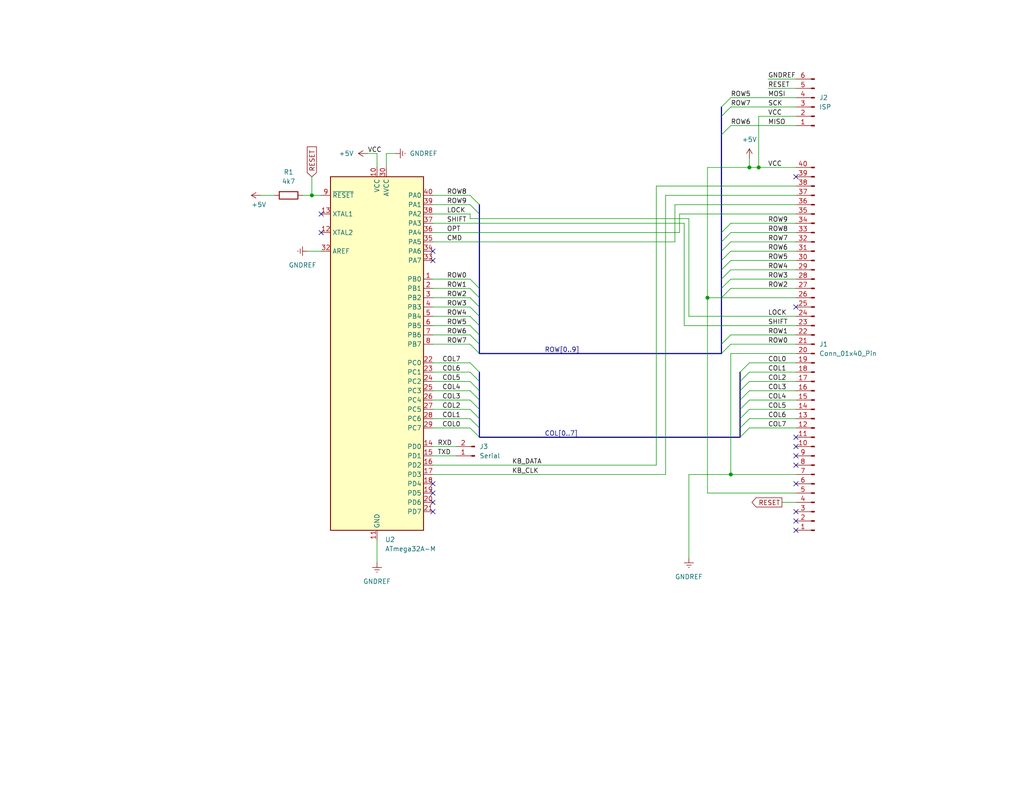
<source format=kicad_sch>
(kicad_sch (version 20230121) (generator eeschema)
  (paper "A")
  (lib_symbols
    (symbol "Connector:Conn_01x02_Pin" (pin_names (offset 1.016) hide)
      (property "Reference" "J" (at 0 2.54 0))
      (property "Value" "Conn_01x02_Pin" (at 0 -5.08 0))
      (symbol "Conn_01x02_Pin_1_1"
        (polyline (pts (xy 1.27 -2.54) (xy 0.8636 -2.54)) (stroke (width 0.1524)))
        (polyline (pts (xy 1.27 0) (xy 0.8636 0)) (stroke (width 0.1524)))
        (rectangle (start 0.8636 -2.413) (end 0 -2.667) (stroke (width 0.1524)) (fill (type outline)))
        (rectangle (start 0.8636 0.127) (end 0 -0.127) (stroke (width 0.1524)) (fill (type outline)))
        (pin passive line (at 5.08 0 180) (length 3.81) (name "Pin_1") (number "1"))
        (pin passive line (at 5.08 -2.54 180) (length 3.81) (name "Pin_2") (number "2"))
      )
    )
    (symbol "Connector:Conn_01x06_Pin" (pin_names (offset 1.016) hide)
      (property "Reference" "J" (at 0 7.62 0))
      (property "Value" "Conn_01x06_Pin" (at 0 -10.16 0))
      (symbol "Conn_01x06_Pin_1_1"
        (polyline (pts (xy 1.27 -7.62) (xy 0.8636 -7.62)) (stroke (width 0.1524)))
        (polyline (pts (xy 1.27 -5.08) (xy 0.8636 -5.08)) (stroke (width 0.1524)))
        (polyline (pts (xy 1.27 -2.54) (xy 0.8636 -2.54)) (stroke (width 0.1524)))
        (polyline (pts (xy 1.27 0) (xy 0.8636 0)) (stroke (width 0.1524)))
        (polyline (pts (xy 1.27 2.54) (xy 0.8636 2.54)) (stroke (width 0.1524)))
        (polyline (pts (xy 1.27 5.08) (xy 0.8636 5.08)) (stroke (width 0.1524)))
        (rectangle (start 0.8636 -7.493) (end 0 -7.747) (stroke (width 0.1524)) (fill (type outline)))
        (rectangle (start 0.8636 -4.953) (end 0 -5.207) (stroke (width 0.1524)) (fill (type outline)))
        (rectangle (start 0.8636 -2.413) (end 0 -2.667) (stroke (width 0.1524)) (fill (type outline)))
        (rectangle (start 0.8636 0.127) (end 0 -0.127) (stroke (width 0.1524)) (fill (type outline)))
        (rectangle (start 0.8636 2.667) (end 0 2.413) (stroke (width 0.1524)) (fill (type outline)))
        (rectangle (start 0.8636 5.207) (end 0 4.953) (stroke (width 0.1524)) (fill (type outline)))
        (pin passive line (at 5.08 5.08 180) (length 3.81) (name "Pin_1") (number "1"))
        (pin passive line (at 5.08 2.54 180) (length 3.81) (name "Pin_2") (number "2"))
        (pin passive line (at 5.08 0 180) (length 3.81) (name "Pin_3") (number "3"))
        (pin passive line (at 5.08 -2.54 180) (length 3.81) (name "Pin_4") (number "4"))
        (pin passive line (at 5.08 -5.08 180) (length 3.81) (name "Pin_5") (number "5"))
        (pin passive line (at 5.08 -7.62 180) (length 3.81) (name "Pin_6") (number "6"))
      )
    )
    (symbol "Connector:Conn_01x40_Pin" (pin_names (offset 1.016) hide)
      (property "Reference" "J" (at 0 50.8 0))
      (property "Value" "Conn_01x40_Pin" (at 0 -53.34 0))
      (symbol "Conn_01x40_Pin_1_1"
        (polyline (pts (xy 1.27 -50.8) (xy 0.8636 -50.8)) (stroke (width 0.1524)))
        (polyline (pts (xy 1.27 -48.26) (xy 0.8636 -48.26)) (stroke (width 0.1524)))
        (polyline (pts (xy 1.27 -45.72) (xy 0.8636 -45.72)) (stroke (width 0.1524)))
        (polyline (pts (xy 1.27 -43.18) (xy 0.8636 -43.18)) (stroke (width 0.1524)))
        (polyline (pts (xy 1.27 -40.64) (xy 0.8636 -40.64)) (stroke (width 0.1524)))
        (polyline (pts (xy 1.27 -38.1) (xy 0.8636 -38.1)) (stroke (width 0.1524)))
        (polyline (pts (xy 1.27 -35.56) (xy 0.8636 -35.56)) (stroke (width 0.1524)))
        (polyline (pts (xy 1.27 -33.02) (xy 0.8636 -33.02)) (stroke (width 0.1524)))
        (polyline (pts (xy 1.27 -30.48) (xy 0.8636 -30.48)) (stroke (width 0.1524)))
        (polyline (pts (xy 1.27 -27.94) (xy 0.8636 -27.94)) (stroke (width 0.1524)))
        (polyline (pts (xy 1.27 -25.4) (xy 0.8636 -25.4)) (stroke (width 0.1524)))
        (polyline (pts (xy 1.27 -22.86) (xy 0.8636 -22.86)) (stroke (width 0.1524)))
        (polyline (pts (xy 1.27 -20.32) (xy 0.8636 -20.32)) (stroke (width 0.1524)))
        (polyline (pts (xy 1.27 -17.78) (xy 0.8636 -17.78)) (stroke (width 0.1524)))
        (polyline (pts (xy 1.27 -15.24) (xy 0.8636 -15.24)) (stroke (width 0.1524)))
        (polyline (pts (xy 1.27 -12.7) (xy 0.8636 -12.7)) (stroke (width 0.1524)))
        (polyline (pts (xy 1.27 -10.16) (xy 0.8636 -10.16)) (stroke (width 0.1524)))
        (polyline (pts (xy 1.27 -7.62) (xy 0.8636 -7.62)) (stroke (width 0.1524)))
        (polyline (pts (xy 1.27 -5.08) (xy 0.8636 -5.08)) (stroke (width 0.1524)))
        (polyline (pts (xy 1.27 -2.54) (xy 0.8636 -2.54)) (stroke (width 0.1524)))
        (polyline (pts (xy 1.27 0) (xy 0.8636 0)) (stroke (width 0.1524)))
        (polyline (pts (xy 1.27 2.54) (xy 0.8636 2.54)) (stroke (width 0.1524)))
        (polyline (pts (xy 1.27 5.08) (xy 0.8636 5.08)) (stroke (width 0.1524)))
        (polyline (pts (xy 1.27 7.62) (xy 0.8636 7.62)) (stroke (width 0.1524)))
        (polyline (pts (xy 1.27 10.16) (xy 0.8636 10.16)) (stroke (width 0.1524)))
        (polyline (pts (xy 1.27 12.7) (xy 0.8636 12.7)) (stroke (width 0.1524)))
        (polyline (pts (xy 1.27 15.24) (xy 0.8636 15.24)) (stroke (width 0.1524)))
        (polyline (pts (xy 1.27 17.78) (xy 0.8636 17.78)) (stroke (width 0.1524)))
        (polyline (pts (xy 1.27 20.32) (xy 0.8636 20.32)) (stroke (width 0.1524)))
        (polyline (pts (xy 1.27 22.86) (xy 0.8636 22.86)) (stroke (width 0.1524)))
        (polyline (pts (xy 1.27 25.4) (xy 0.8636 25.4)) (stroke (width 0.1524)))
        (polyline (pts (xy 1.27 27.94) (xy 0.8636 27.94)) (stroke (width 0.1524)))
        (polyline (pts (xy 1.27 30.48) (xy 0.8636 30.48)) (stroke (width 0.1524)))
        (polyline (pts (xy 1.27 33.02) (xy 0.8636 33.02)) (stroke (width 0.1524)))
        (polyline (pts (xy 1.27 35.56) (xy 0.8636 35.56)) (stroke (width 0.1524)))
        (polyline (pts (xy 1.27 38.1) (xy 0.8636 38.1)) (stroke (width 0.1524)))
        (polyline (pts (xy 1.27 40.64) (xy 0.8636 40.64)) (stroke (width 0.1524)))
        (polyline (pts (xy 1.27 43.18) (xy 0.8636 43.18)) (stroke (width 0.1524)))
        (polyline (pts (xy 1.27 45.72) (xy 0.8636 45.72)) (stroke (width 0.1524)))
        (polyline (pts (xy 1.27 48.26) (xy 0.8636 48.26)) (stroke (width 0.1524)))
        (rectangle (start 0.8636 -50.673) (end 0 -50.927) (stroke (width 0.1524)) (fill (type outline)))
        (rectangle (start 0.8636 -48.133) (end 0 -48.387) (stroke (width 0.1524)) (fill (type outline)))
        (rectangle (start 0.8636 -45.593) (end 0 -45.847) (stroke (width 0.1524)) (fill (type outline)))
        (rectangle (start 0.8636 -43.053) (end 0 -43.307) (stroke (width 0.1524)) (fill (type outline)))
        (rectangle (start 0.8636 -40.513) (end 0 -40.767) (stroke (width 0.1524)) (fill (type outline)))
        (rectangle (start 0.8636 -37.973) (end 0 -38.227) (stroke (width 0.1524)) (fill (type outline)))
        (rectangle (start 0.8636 -35.433) (end 0 -35.687) (stroke (width 0.1524)) (fill (type outline)))
        (rectangle (start 0.8636 -32.893) (end 0 -33.147) (stroke (width 0.1524)) (fill (type outline)))
        (rectangle (start 0.8636 -30.353) (end 0 -30.607) (stroke (width 0.1524)) (fill (type outline)))
        (rectangle (start 0.8636 -27.813) (end 0 -28.067) (stroke (width 0.1524)) (fill (type outline)))
        (rectangle (start 0.8636 -25.273) (end 0 -25.527) (stroke (width 0.1524)) (fill (type outline)))
        (rectangle (start 0.8636 -22.733) (end 0 -22.987) (stroke (width 0.1524)) (fill (type outline)))
        (rectangle (start 0.8636 -20.193) (end 0 -20.447) (stroke (width 0.1524)) (fill (type outline)))
        (rectangle (start 0.8636 -17.653) (end 0 -17.907) (stroke (width 0.1524)) (fill (type outline)))
        (rectangle (start 0.8636 -15.113) (end 0 -15.367) (stroke (width 0.1524)) (fill (type outline)))
        (rectangle (start 0.8636 -12.573) (end 0 -12.827) (stroke (width 0.1524)) (fill (type outline)))
        (rectangle (start 0.8636 -10.033) (end 0 -10.287) (stroke (width 0.1524)) (fill (type outline)))
        (rectangle (start 0.8636 -7.493) (end 0 -7.747) (stroke (width 0.1524)) (fill (type outline)))
        (rectangle (start 0.8636 -4.953) (end 0 -5.207) (stroke (width 0.1524)) (fill (type outline)))
        (rectangle (start 0.8636 -2.413) (end 0 -2.667) (stroke (width 0.1524)) (fill (type outline)))
        (rectangle (start 0.8636 0.127) (end 0 -0.127) (stroke (width 0.1524)) (fill (type outline)))
        (rectangle (start 0.8636 2.667) (end 0 2.413) (stroke (width 0.1524)) (fill (type outline)))
        (rectangle (start 0.8636 5.207) (end 0 4.953) (stroke (width 0.1524)) (fill (type outline)))
        (rectangle (start 0.8636 7.747) (end 0 7.493) (stroke (width 0.1524)) (fill (type outline)))
        (rectangle (start 0.8636 10.287) (end 0 10.033) (stroke (width 0.1524)) (fill (type outline)))
        (rectangle (start 0.8636 12.827) (end 0 12.573) (stroke (width 0.1524)) (fill (type outline)))
        (rectangle (start 0.8636 15.367) (end 0 15.113) (stroke (width 0.1524)) (fill (type outline)))
        (rectangle (start 0.8636 17.907) (end 0 17.653) (stroke (width 0.1524)) (fill (type outline)))
        (rectangle (start 0.8636 20.447) (end 0 20.193) (stroke (width 0.1524)) (fill (type outline)))
        (rectangle (start 0.8636 22.987) (end 0 22.733) (stroke (width 0.1524)) (fill (type outline)))
        (rectangle (start 0.8636 25.527) (end 0 25.273) (stroke (width 0.1524)) (fill (type outline)))
        (rectangle (start 0.8636 28.067) (end 0 27.813) (stroke (width 0.1524)) (fill (type outline)))
        (rectangle (start 0.8636 30.607) (end 0 30.353) (stroke (width 0.1524)) (fill (type outline)))
        (rectangle (start 0.8636 33.147) (end 0 32.893) (stroke (width 0.1524)) (fill (type outline)))
        (rectangle (start 0.8636 35.687) (end 0 35.433) (stroke (width 0.1524)) (fill (type outline)))
        (rectangle (start 0.8636 38.227) (end 0 37.973) (stroke (width 0.1524)) (fill (type outline)))
        (rectangle (start 0.8636 40.767) (end 0 40.513) (stroke (width 0.1524)) (fill (type outline)))
        (rectangle (start 0.8636 43.307) (end 0 43.053) (stroke (width 0.1524)) (fill (type outline)))
        (rectangle (start 0.8636 45.847) (end 0 45.593) (stroke (width 0.1524)) (fill (type outline)))
        (rectangle (start 0.8636 48.387) (end 0 48.133) (stroke (width 0.1524)) (fill (type outline)))
        (pin passive line (at 5.08 48.26 180) (length 3.81) (name "Pin_1") (number "1"))
        (pin passive line (at 5.08 25.4 180) (length 3.81) (name "Pin_10") (number "10"))
        (pin passive line (at 5.08 22.86 180) (length 3.81) (name "Pin_11") (number "11"))
        (pin passive line (at 5.08 20.32 180) (length 3.81) (name "Pin_12") (number "12"))
        (pin passive line (at 5.08 17.78 180) (length 3.81) (name "Pin_13") (number "13"))
        (pin passive line (at 5.08 15.24 180) (length 3.81) (name "Pin_14") (number "14"))
        (pin passive line (at 5.08 12.7 180) (length 3.81) (name "Pin_15") (number "15"))
        (pin passive line (at 5.08 10.16 180) (length 3.81) (name "Pin_16") (number "16"))
        (pin passive line (at 5.08 7.62 180) (length 3.81) (name "Pin_17") (number "17"))
        (pin passive line (at 5.08 5.08 180) (length 3.81) (name "Pin_18") (number "18"))
        (pin passive line (at 5.08 2.54 180) (length 3.81) (name "Pin_19") (number "19"))
        (pin passive line (at 5.08 45.72 180) (length 3.81) (name "Pin_2") (number "2"))
        (pin passive line (at 5.08 0 180) (length 3.81) (name "Pin_20") (number "20"))
        (pin passive line (at 5.08 -2.54 180) (length 3.81) (name "Pin_21") (number "21"))
        (pin passive line (at 5.08 -5.08 180) (length 3.81) (name "Pin_22") (number "22"))
        (pin passive line (at 5.08 -7.62 180) (length 3.81) (name "Pin_23") (number "23"))
        (pin passive line (at 5.08 -10.16 180) (length 3.81) (name "Pin_24") (number "24"))
        (pin passive line (at 5.08 -12.7 180) (length 3.81) (name "Pin_25") (number "25"))
        (pin passive line (at 5.08 -15.24 180) (length 3.81) (name "Pin_26") (number "26"))
        (pin passive line (at 5.08 -17.78 180) (length 3.81) (name "Pin_27") (number "27"))
        (pin passive line (at 5.08 -20.32 180) (length 3.81) (name "Pin_28") (number "28"))
        (pin passive line (at 5.08 -22.86 180) (length 3.81) (name "Pin_29") (number "29"))
        (pin passive line (at 5.08 43.18 180) (length 3.81) (name "Pin_3") (number "3"))
        (pin passive line (at 5.08 -25.4 180) (length 3.81) (name "Pin_30") (number "30"))
        (pin passive line (at 5.08 -27.94 180) (length 3.81) (name "Pin_31") (number "31"))
        (pin passive line (at 5.08 -30.48 180) (length 3.81) (name "Pin_32") (number "32"))
        (pin passive line (at 5.08 -33.02 180) (length 3.81) (name "Pin_33") (number "33"))
        (pin passive line (at 5.08 -35.56 180) (length 3.81) (name "Pin_34") (number "34"))
        (pin passive line (at 5.08 -38.1 180) (length 3.81) (name "Pin_35") (number "35"))
        (pin passive line (at 5.08 -40.64 180) (length 3.81) (name "Pin_36") (number "36"))
        (pin passive line (at 5.08 -43.18 180) (length 3.81) (name "Pin_37") (number "37"))
        (pin passive line (at 5.08 -45.72 180) (length 3.81) (name "Pin_38") (number "38"))
        (pin passive line (at 5.08 -48.26 180) (length 3.81) (name "Pin_39") (number "39"))
        (pin passive line (at 5.08 40.64 180) (length 3.81) (name "Pin_4") (number "4"))
        (pin passive line (at 5.08 -50.8 180) (length 3.81) (name "Pin_40") (number "40"))
        (pin passive line (at 5.08 38.1 180) (length 3.81) (name "Pin_5") (number "5"))
        (pin passive line (at 5.08 35.56 180) (length 3.81) (name "Pin_6") (number "6"))
        (pin passive line (at 5.08 33.02 180) (length 3.81) (name "Pin_7") (number "7"))
        (pin passive line (at 5.08 30.48 180) (length 3.81) (name "Pin_8") (number "8"))
        (pin passive line (at 5.08 27.94 180) (length 3.81) (name "Pin_9") (number "9"))
      )
    )
    (symbol "Device:R" (pin_numbers hide) (pin_names (offset 0))
      (property "Reference" "R" (at 2.032 0 90))
      (property "Value" "R" (at 0 0 90))
      (symbol "R_0_1"
        (rectangle (start -1.016 -2.54) (end 1.016 2.54) (stroke (width 0.254)))
      )
      (symbol "R_1_1"
        (pin passive line (at 0 3.81 270) (length 1.27) (name "~") (number "1"))
        (pin passive line (at 0 -3.81 90) (length 1.27) (name "~") (number "2"))
      )
    )
    (symbol "MCU_Microchip_ATmega:ATmega32A-P"
      (property "Reference" "U" (at -12.7 49.53 0))
      (property "Value" "ATmega32A-P" (at 2.54 -49.53 0))
      (symbol "ATmega32A-P_0_1"
        (rectangle (start -12.7 -48.26) (end 12.7 48.26) (stroke (width 0.254)) (fill (type background)))
      )
      (symbol "ATmega32A-P_1_1"
        (pin bidirectional line (at 15.24 20.32 180) (length 2.54) (name "PB0") (number "1"))
        (pin power_in line (at 0 50.8 270) (length 2.54) (name "VCC") (number "10"))
        (pin power_in line (at 0 -50.8 90) (length 2.54) (name "GND") (number "11"))
        (pin output line (at -15.24 33.02 0) (length 2.54) (name "XTAL2") (number "12"))
        (pin input line (at -15.24 38.1 0) (length 2.54) (name "XTAL1") (number "13"))
        (pin bidirectional line (at 15.24 -25.4 180) (length 2.54) (name "PD0") (number "14"))
        (pin bidirectional line (at 15.24 -27.94 180) (length 2.54) (name "PD1") (number "15"))
        (pin bidirectional line (at 15.24 -30.48 180) (length 2.54) (name "PD2") (number "16"))
        (pin bidirectional line (at 15.24 -33.02 180) (length 2.54) (name "PD3") (number "17"))
        (pin bidirectional line (at 15.24 -35.56 180) (length 2.54) (name "PD4") (number "18"))
        (pin bidirectional line (at 15.24 -38.1 180) (length 2.54) (name "PD5") (number "19"))
        (pin bidirectional line (at 15.24 17.78 180) (length 2.54) (name "PB1") (number "2"))
        (pin bidirectional line (at 15.24 -40.64 180) (length 2.54) (name "PD6") (number "20"))
        (pin bidirectional line (at 15.24 -43.18 180) (length 2.54) (name "PD7") (number "21"))
        (pin bidirectional line (at 15.24 -2.54 180) (length 2.54) (name "PC0") (number "22"))
        (pin bidirectional line (at 15.24 -5.08 180) (length 2.54) (name "PC1") (number "23"))
        (pin bidirectional line (at 15.24 -7.62 180) (length 2.54) (name "PC2") (number "24"))
        (pin bidirectional line (at 15.24 -10.16 180) (length 2.54) (name "PC3") (number "25"))
        (pin bidirectional line (at 15.24 -12.7 180) (length 2.54) (name "PC4") (number "26"))
        (pin bidirectional line (at 15.24 -15.24 180) (length 2.54) (name "PC5") (number "27"))
        (pin bidirectional line (at 15.24 -17.78 180) (length 2.54) (name "PC6") (number "28"))
        (pin bidirectional line (at 15.24 -20.32 180) (length 2.54) (name "PC7") (number "29"))
        (pin bidirectional line (at 15.24 15.24 180) (length 2.54) (name "PB2") (number "3"))
        (pin power_in line (at 2.54 50.8 270) (length 2.54) (name "AVCC") (number "30"))
        (pin passive line (at 0 -50.8 90) (length 2.54) hide (name "GND") (number "31"))
        (pin passive line (at -15.24 27.94 0) (length 2.54) (name "AREF") (number "32"))
        (pin bidirectional line (at 15.24 25.4 180) (length 2.54) (name "PA7") (number "33"))
        (pin bidirectional line (at 15.24 27.94 180) (length 2.54) (name "PA6") (number "34"))
        (pin bidirectional line (at 15.24 30.48 180) (length 2.54) (name "PA5") (number "35"))
        (pin bidirectional line (at 15.24 33.02 180) (length 2.54) (name "PA4") (number "36"))
        (pin bidirectional line (at 15.24 35.56 180) (length 2.54) (name "PA3") (number "37"))
        (pin bidirectional line (at 15.24 38.1 180) (length 2.54) (name "PA2") (number "38"))
        (pin bidirectional line (at 15.24 40.64 180) (length 2.54) (name "PA1") (number "39"))
        (pin bidirectional line (at 15.24 12.7 180) (length 2.54) (name "PB3") (number "4"))
        (pin bidirectional line (at 15.24 43.18 180) (length 2.54) (name "PA0") (number "40"))
        (pin bidirectional line (at 15.24 10.16 180) (length 2.54) (name "PB4") (number "5"))
        (pin bidirectional line (at 15.24 7.62 180) (length 2.54) (name "PB5") (number "6"))
        (pin bidirectional line (at 15.24 5.08 180) (length 2.54) (name "PB6") (number "7"))
        (pin bidirectional line (at 15.24 2.54 180) (length 2.54) (name "PB7") (number "8"))
        (pin input line (at -15.24 43.18 0) (length 2.54) (name "~{RESET}") (number "9"))
      )
    )
    (symbol "power:+5V" (power) (pin_names (offset 0))
      (property "Value" "+5V" (at 0 3.556 0))
      (symbol "+5V_0_1"
        (polyline (pts (xy -0.762 1.27) (xy 0 2.54)))
        (polyline (pts (xy 0 0) (xy 0 2.54)))
        (polyline (pts (xy 0 2.54) (xy 0.762 1.27)))
      )
      (symbol "+5V_1_1"
        (pin power_in line (at 0 0 90) (length 0) hide (name "+5V") (number "1"))
      )
    )
    (symbol "power:GNDREF" (power) (pin_names (offset 0))
      (property "Value" "GNDREF" (at 0 -3.81 0))
      (symbol "GNDREF_0_1"
        (polyline (pts (xy -0.635 -1.905) (xy 0.635 -1.905)))
        (polyline (pts (xy -0.127 -2.54) (xy 0.127 -2.54)))
        (polyline (pts (xy 0 -1.27) (xy 0 0)))
        (polyline (pts (xy 1.27 -1.27) (xy -1.27 -1.27)))
      )
      (symbol "GNDREF_1_1"
        (pin power_in line (at 0 0 270) (length 0) hide (name "GNDREF") (number "1"))
      )
    )
  )
  (junction (at 204.47 45.72))
  (junction (at 207.01 45.72))
  (junction (at 193.04 81.28))
  (junction (at 85.09 53.34))
  (junction (at 199.39 129.54))
  (no_connect (at 217.17 144.78))
  (no_connect (at 87.63 58.42))
  (no_connect (at 118.11 137.16))
  (no_connect (at 118.11 132.08))
  (no_connect (at 217.17 121.92))
  (no_connect (at 87.63 63.5))
  (no_connect (at 217.17 83.82))
  (no_connect (at 217.17 142.24))
  (no_connect (at 217.17 132.08))
  (no_connect (at 118.11 139.7))
  (no_connect (at 118.11 71.12))
  (no_connect (at 217.17 119.38))
  (no_connect (at 217.17 139.7))
  (no_connect (at 118.11 134.62))
  (no_connect (at 217.17 48.26))
  (no_connect (at 217.17 124.46))
  (no_connect (at 217.17 127))
  (no_connect (at 118.11 68.58))
  (bus_entry (at 196.85 36.83) (size 2.54 -2.54))
  (bus_entry (at 130.81 104.14) (size -2.54 -2.54))
  (bus_entry (at 196.85 29.21) (size 2.54 -2.54))
  (bus_entry (at 196.85 66.04) (size 2.54 -2.54))
  (bus_entry (at 128.27 86.36) (size 2.54 2.54))
  (bus_entry (at 196.85 73.66) (size 2.54 -2.54))
  (bus_entry (at 128.27 81.28) (size 2.54 2.54))
  (bus_entry (at 130.81 106.68) (size -2.54 -2.54))
  (bus_entry (at 196.85 31.75) (size 2.54 -2.54))
  (bus_entry (at 130.81 114.3) (size -2.54 -2.54))
  (bus_entry (at 201.93 109.22) (size 2.54 -2.54))
  (bus_entry (at 128.27 76.2) (size 2.54 2.54))
  (bus_entry (at 196.85 76.2) (size 2.54 -2.54))
  (bus_entry (at 130.81 119.38) (size -2.54 -2.54))
  (bus_entry (at 196.85 63.5) (size 2.54 -2.54))
  (bus_entry (at 128.27 78.74) (size 2.54 2.54))
  (bus_entry (at 130.81 109.22) (size -2.54 -2.54))
  (bus_entry (at 128.27 91.44) (size 2.54 2.54))
  (bus_entry (at 130.81 116.84) (size -2.54 -2.54))
  (bus_entry (at 201.93 114.3) (size 2.54 -2.54))
  (bus_entry (at 128.27 88.9) (size 2.54 2.54))
  (bus_entry (at 196.85 78.74) (size 2.54 -2.54))
  (bus_entry (at 196.85 96.52) (size 2.54 -2.54))
  (bus_entry (at 130.81 101.6) (size -2.54 -2.54))
  (bus_entry (at 201.93 106.68) (size 2.54 -2.54))
  (bus_entry (at 130.81 111.76) (size -2.54 -2.54))
  (bus_entry (at 201.93 104.14) (size 2.54 -2.54))
  (bus_entry (at 128.27 93.98) (size 2.54 2.54))
  (bus_entry (at 128.27 53.34) (size 2.54 2.54))
  (bus_entry (at 196.85 81.28) (size 2.54 -2.54))
  (bus_entry (at 201.93 119.38) (size 2.54 -2.54))
  (bus_entry (at 196.85 93.98) (size 2.54 -2.54))
  (bus_entry (at 196.85 68.58) (size 2.54 -2.54))
  (bus_entry (at 128.27 55.88) (size 2.54 2.54))
  (bus_entry (at 201.93 101.6) (size 2.54 -2.54))
  (bus_entry (at 128.27 83.82) (size 2.54 2.54))
  (bus_entry (at 201.93 116.84) (size 2.54 -2.54))
  (bus_entry (at 201.93 111.76) (size 2.54 -2.54))
  (bus_entry (at 196.85 71.12) (size 2.54 -2.54))
  (wire (pts (xy 118.11 63.5) (xy 185.42 63.5)))
  (wire (pts (xy 118.11 66.04) (xy 184.15 66.04)))
  (wire (pts (xy 118.11 129.54) (xy 181.61 129.54)))
  (wire (pts (xy 118.11 104.14) (xy 128.27 104.14)))
  (wire (pts (xy 199.39 29.21) (xy 217.17 29.21)))
  (wire (pts (xy 193.04 45.72) (xy 204.47 45.72)))
  (wire (pts (xy 207.01 45.72) (xy 217.17 45.72)))
  (bus (pts (xy 130.81 88.9) (xy 130.81 91.44)))
  (bus (pts (xy 130.81 96.52) (xy 196.85 96.52)))
  (wire (pts (xy 199.39 73.66) (xy 217.17 73.66)))
  (bus (pts (xy 196.85 81.28) (xy 196.85 93.98)))
  (wire (pts (xy 118.11 60.96) (xy 186.69 60.96)))
  (wire (pts (xy 209.55 21.59) (xy 217.17 21.59)))
  (bus (pts (xy 201.93 106.68) (xy 201.93 109.22)))
  (bus (pts (xy 130.81 109.22) (xy 130.81 111.76)))
  (wire (pts (xy 199.39 93.98) (xy 217.17 93.98)))
  (bus (pts (xy 130.81 106.68) (xy 130.81 109.22)))
  (wire (pts (xy 118.11 88.9) (xy 128.27 88.9)))
  (wire (pts (xy 105.41 41.91) (xy 105.41 45.72)))
  (wire (pts (xy 199.39 68.58) (xy 217.17 68.58)))
  (wire (pts (xy 118.11 99.06) (xy 128.27 99.06)))
  (bus (pts (xy 130.81 119.38) (xy 201.93 119.38)))
  (wire (pts (xy 207.01 31.75) (xy 207.01 45.72)))
  (wire (pts (xy 71.12 53.34) (xy 74.93 53.34)))
  (bus (pts (xy 201.93 111.76) (xy 201.93 114.3)))
  (wire (pts (xy 118.11 109.22) (xy 128.27 109.22)))
  (wire (pts (xy 102.87 41.91) (xy 102.87 45.72)))
  (wire (pts (xy 185.42 63.5) (xy 185.42 58.42)))
  (bus (pts (xy 130.81 116.84) (xy 130.81 119.38)))
  (wire (pts (xy 118.11 86.36) (xy 128.27 86.36)))
  (bus (pts (xy 201.93 109.22) (xy 201.93 111.76)))
  (wire (pts (xy 128.27 59.69) (xy 187.96 59.69)))
  (wire (pts (xy 118.11 111.76) (xy 128.27 111.76)))
  (wire (pts (xy 184.15 66.04) (xy 184.15 55.88)))
  (bus (pts (xy 130.81 101.6) (xy 130.81 104.14)))
  (wire (pts (xy 199.39 78.74) (xy 217.17 78.74)))
  (wire (pts (xy 118.11 127) (xy 179.07 127)))
  (wire (pts (xy 118.11 124.46) (xy 124.46 124.46)))
  (wire (pts (xy 85.09 53.34) (xy 82.55 53.34)))
  (bus (pts (xy 130.81 91.44) (xy 130.81 93.98)))
  (wire (pts (xy 87.63 53.34) (xy 85.09 53.34)))
  (wire (pts (xy 118.11 91.44) (xy 128.27 91.44)))
  (wire (pts (xy 118.11 53.34) (xy 128.27 53.34)))
  (bus (pts (xy 201.93 104.14) (xy 201.93 106.68)))
  (bus (pts (xy 130.81 55.88) (xy 130.81 58.42)))
  (wire (pts (xy 181.61 53.34) (xy 217.17 53.34)))
  (bus (pts (xy 130.81 86.36) (xy 130.81 88.9)))
  (bus (pts (xy 196.85 31.75) (xy 196.85 36.83)))
  (wire (pts (xy 199.39 60.96) (xy 217.17 60.96)))
  (wire (pts (xy 204.47 109.22) (xy 217.17 109.22)))
  (wire (pts (xy 118.11 78.74) (xy 128.27 78.74)))
  (wire (pts (xy 199.39 91.44) (xy 217.17 91.44)))
  (bus (pts (xy 196.85 71.12) (xy 196.85 73.66)))
  (wire (pts (xy 199.39 26.67) (xy 217.17 26.67)))
  (wire (pts (xy 193.04 81.28) (xy 196.85 81.28)))
  (wire (pts (xy 187.96 129.54) (xy 199.39 129.54)))
  (bus (pts (xy 201.93 101.6) (xy 201.93 104.14)))
  (wire (pts (xy 185.42 58.42) (xy 217.17 58.42)))
  (bus (pts (xy 196.85 63.5) (xy 196.85 66.04)))
  (wire (pts (xy 196.85 81.28) (xy 217.17 81.28)))
  (wire (pts (xy 118.11 114.3) (xy 128.27 114.3)))
  (wire (pts (xy 128.27 58.42) (xy 128.27 59.69)))
  (wire (pts (xy 204.47 106.68) (xy 217.17 106.68)))
  (bus (pts (xy 130.81 111.76) (xy 130.81 114.3)))
  (wire (pts (xy 179.07 127) (xy 179.07 50.8)))
  (wire (pts (xy 118.11 55.88) (xy 128.27 55.88)))
  (wire (pts (xy 118.11 93.98) (xy 128.27 93.98)))
  (bus (pts (xy 196.85 36.83) (xy 196.85 63.5)))
  (wire (pts (xy 193.04 134.62) (xy 217.17 134.62)))
  (bus (pts (xy 130.81 78.74) (xy 130.81 81.28)))
  (wire (pts (xy 118.11 83.82) (xy 128.27 83.82)))
  (wire (pts (xy 85.09 48.26) (xy 85.09 53.34)))
  (bus (pts (xy 201.93 114.3) (xy 201.93 116.84)))
  (bus (pts (xy 130.81 81.28) (xy 130.81 83.82)))
  (wire (pts (xy 217.17 24.13) (xy 209.55 24.13)))
  (bus (pts (xy 130.81 104.14) (xy 130.81 106.68)))
  (wire (pts (xy 187.96 59.69) (xy 187.96 86.36)))
  (wire (pts (xy 83.82 68.58) (xy 87.63 68.58)))
  (bus (pts (xy 130.81 93.98) (xy 130.81 96.52)))
  (bus (pts (xy 130.81 114.3) (xy 130.81 116.84)))
  (wire (pts (xy 184.15 55.88) (xy 217.17 55.88)))
  (wire (pts (xy 199.39 63.5) (xy 217.17 63.5)))
  (bus (pts (xy 130.81 83.82) (xy 130.81 86.36)))
  (wire (pts (xy 199.39 66.04) (xy 217.17 66.04)))
  (wire (pts (xy 204.47 43.18) (xy 204.47 45.72)))
  (wire (pts (xy 207.01 31.75) (xy 217.17 31.75)))
  (wire (pts (xy 199.39 71.12) (xy 217.17 71.12)))
  (wire (pts (xy 118.11 106.68) (xy 128.27 106.68)))
  (wire (pts (xy 199.39 129.54) (xy 217.17 129.54)))
  (wire (pts (xy 102.87 147.32) (xy 102.87 153.67)))
  (wire (pts (xy 187.96 86.36) (xy 217.17 86.36)))
  (wire (pts (xy 118.11 76.2) (xy 128.27 76.2)))
  (wire (pts (xy 186.69 88.9) (xy 217.17 88.9)))
  (wire (pts (xy 204.47 99.06) (xy 217.17 99.06)))
  (wire (pts (xy 204.47 101.6) (xy 217.17 101.6)))
  (wire (pts (xy 107.95 41.91) (xy 105.41 41.91)))
  (wire (pts (xy 204.47 114.3) (xy 217.17 114.3)))
  (wire (pts (xy 187.96 129.54) (xy 187.96 152.4)))
  (wire (pts (xy 100.33 41.91) (xy 102.87 41.91)))
  (bus (pts (xy 196.85 93.98) (xy 196.85 96.52)))
  (wire (pts (xy 179.07 50.8) (xy 217.17 50.8)))
  (bus (pts (xy 196.85 78.74) (xy 196.85 81.28)))
  (wire (pts (xy 204.47 111.76) (xy 217.17 111.76)))
  (bus (pts (xy 196.85 73.66) (xy 196.85 76.2)))
  (wire (pts (xy 118.11 58.42) (xy 128.27 58.42)))
  (wire (pts (xy 213.36 137.16) (xy 217.17 137.16)))
  (bus (pts (xy 196.85 68.58) (xy 196.85 71.12)))
  (wire (pts (xy 118.11 116.84) (xy 128.27 116.84)))
  (wire (pts (xy 118.11 101.6) (xy 128.27 101.6)))
  (wire (pts (xy 181.61 129.54) (xy 181.61 53.34)))
  (wire (pts (xy 193.04 81.28) (xy 193.04 45.72)))
  (bus (pts (xy 201.93 116.84) (xy 201.93 119.38)))
  (wire (pts (xy 204.47 104.14) (xy 217.17 104.14)))
  (bus (pts (xy 196.85 76.2) (xy 196.85 78.74)))
  (bus (pts (xy 196.85 29.21) (xy 196.85 31.75)))
  (bus (pts (xy 130.81 58.42) (xy 130.81 78.74)))
  (wire (pts (xy 186.69 60.96) (xy 186.69 88.9)))
  (wire (pts (xy 204.47 45.72) (xy 207.01 45.72)))
  (wire (pts (xy 199.39 96.52) (xy 217.17 96.52)))
  (wire (pts (xy 118.11 121.92) (xy 124.46 121.92)))
  (wire (pts (xy 193.04 81.28) (xy 193.04 134.62)))
  (wire (pts (xy 118.11 81.28) (xy 128.27 81.28)))
  (wire (pts (xy 199.39 129.54) (xy 199.39 96.52)))
  (wire (pts (xy 199.39 34.29) (xy 217.17 34.29)))
  (bus (pts (xy 196.85 66.04) (xy 196.85 68.58)))
  (wire (pts (xy 199.39 76.2) (xy 217.17 76.2)))
  (wire (pts (xy 204.47 116.84) (xy 217.17 116.84)))
  (label "VCC" (at 209.55 45.72 0))
  (label "COL7" (at 209.55 116.84 0))
  (label "ROW6" (at 209.55 68.58 0))
  (label "COL3" (at 120.65 109.22 0))
  (label "COL4" (at 120.65 106.68 0))
  (label "COL1" (at 120.65 114.3 0))
  (label "VCC" (at 100.33 41.91 0))
  (label "ROW4" (at 121.92 86.36 0))
  (label "LOCK" (at 209.55 86.36 0))
  (label "ROW0" (at 121.92 76.2 0))
  (label "ROW9" (at 209.55 60.96 0))
  (label "ROW7" (at 199.39 29.21 0))
  (label "KB_CLK" (at 139.7 129.54 0))
  (label "SCK" (at 209.55 29.21 0))
  (label "RESET" (at 209.55 24.13 0))
  (label "GNDREF" (at 209.55 21.59 0))
  (label "ROW5" (at 199.39 26.67 0))
  (label "RXD" (at 119.38 121.92 0))
  (label "ROW5" (at 121.92 88.9 0))
  (label "ROW2" (at 209.55 78.74 0))
  (label "COL7" (at 120.65 99.06 0))
  (label "MISO" (at 209.55 34.29 0))
  (label "COL5" (at 209.55 111.76 0))
  (label "ROW3" (at 209.55 76.2 0))
  (label "COL0" (at 209.55 99.06 0))
  (label "COL4" (at 209.55 109.22 0))
  (label "OPT" (at 121.92 63.5 0))
  (label "ROW2" (at 121.92 81.28 0))
  (label "ROW7" (at 121.92 93.98 0))
  (label "COL6" (at 120.65 101.6 0))
  (label "ROW8" (at 121.92 53.34 0))
  (label "COL[0..7]" (at 148.59 119.38 0))
  (label "KB_DATA" (at 139.7 127 0))
  (label "COL5" (at 120.65 104.14 0))
  (label "ROW6" (at 121.92 91.44 0))
  (label "ROW0" (at 209.55 93.98 0))
  (label "ROW8" (at 209.55 63.5 0))
  (label "ROW5" (at 209.55 71.12 0))
  (label "SHIFT" (at 121.92 60.96 0))
  (label "ROW9" (at 121.92 55.88 0))
  (label "VCC" (at 209.55 31.75 0))
  (label "CMD" (at 121.92 66.04 0))
  (label "TXD" (at 119.38 124.46 0))
  (label "COL0" (at 120.65 116.84 0))
  (label "ROW[0..9]" (at 148.59 96.52 0))
  (label "COL3" (at 209.55 106.68 0))
  (label "COL1" (at 209.55 101.6 0))
  (label "MOSI" (at 209.55 26.67 0))
  (label "ROW4" (at 209.55 73.66 0))
  (label "COL2" (at 209.55 104.14 0))
  (label "ROW1" (at 121.92 78.74 0))
  (label "COL2" (at 120.65 111.76 0))
  (label "SHIFT" (at 209.55 88.9 0))
  (label "LOCK" (at 121.92 58.42 0))
  (label "ROW7" (at 209.55 66.04 0))
  (label "ROW3" (at 121.92 83.82 0))
  (label "ROW1" (at 209.55 91.44 0))
  (label "COL6" (at 209.55 114.3 0))
  (label "ROW6" (at 199.39 34.29 0))
  (global_label "RESET" (shape input) (at 85.09 48.26 90) (property "Intersheetrefs" "${INTERSHEET_REFS}" (effects hide)))
  (global_label "RESET" (shape output) (at 213.36 137.16 180) (property "Intersheetrefs" "${INTERSHEET_REFS}" (effects hide)))
  (symbol (lib_id "Connector:Conn_01x40_Pin") (at 222.25 96.52 180) (unit 1)
    (property "Reference" "J1" (at 223.52 93.98 0) (effects (justify right)))
    (property "Value" "Conn_01x40_Pin" (at 223.52 96.52 0) (effects (justify right)))
    (property "Footprint" "m0110a:Header_2.54_W15.24mm" (effects hide))
  )
  (symbol (lib_id "Connector:Conn_01x02_Pin") (at 129.54 124.46 180) (unit 1)
    (property "Reference" "J3" (at 130.81 121.92 0) (effects (justify right)))
    (property "Value" "Serial" (at 130.81 124.46 0) (effects (justify right)))
    (property "Footprint" "Connector_PinHeader_2.54mm:PinHeader_1x02_P2.54mm_Vertical" (effects hide))
  )
  (symbol (lib_id "power:+5V") (at 71.12 53.34 90) (unit 1)
    (property "Reference" "#PWR04" (effects hide))
    (property "Value" "+5V" (at 68.58 55.88 90) (effects (justify right)))
  )
  (symbol (lib_id "power:+5V") (at 204.47 43.18 0) (unit 1)
    (property "Reference" "#PWR07" (effects hide))
    (property "Value" "+5V" (at 204.47 38.1 0))
  )
  (symbol (lib_id "power:GNDREF") (at 83.82 68.58 270) (unit 1)
    (property "Reference" "#PWR01" (effects hide))
    (property "Value" "GNDREF" (at 78.74 72.39 90) (effects (justify left)))
  )
  (symbol (lib_id "power:GNDREF") (at 107.95 41.91 90) (unit 1)
    (property "Reference" "#PWR02" (effects hide))
    (property "Value" "GNDREF" (at 111.76 41.91 90) (effects (justify right)))
  )
  (symbol (lib_id "power:GNDREF") (at 187.96 152.4 0) (unit 1)
    (property "Reference" "#PWR08" (effects hide))
    (property "Value" "GNDREF" (at 187.96 157.48 0))
  )
  (symbol (lib_id "Device:R") (at 78.74 53.34 90) (unit 1)
    (property "Reference" "R1" (at 78.74 46.99 90))
    (property "Value" "4k7" (at 78.74 49.53 90))
    (property "Footprint" "Resistor_THT:R_Axial_DIN0207_L6.3mm_D2.5mm_P7.62mm_Horizontal" (effects hide))
  )
  (symbol (lib_id "power:+5V") (at 100.33 41.91 90) (unit 1)
    (property "Reference" "#PWR03" (effects hide))
    (property "Value" "+5V" (at 96.52 41.91 90) (effects (justify left)))
  )
  (symbol (lib_id "Connector:Conn_01x06_Pin") (at 222.25 29.21 180) (unit 1)
    (property "Reference" "J2" (at 223.52 26.67 0) (effects (justify right)))
    (property "Value" "ISP" (at 223.52 29.21 0) (effects (justify right)))
    (property "Footprint" "Connector_PinHeader_2.54mm:PinHeader_2x03_P2.54mm_Vertical" (effects hide))
  )
  (symbol (lib_id "power:GNDREF") (at 102.87 153.67 0) (unit 1)
    (property "Reference" "#PWR06" (effects hide))
    (property "Value" "GNDREF" (at 102.87 158.75 0))
  )
  (symbol (lib_id "MCU_Microchip_ATmega:ATmega32A-P") (at 102.87 96.52 0) (unit 1)
    (property "Reference" "U2" (at 105.0641 147.32 0) (effects (justify left)))
    (property "Value" "ATmega32A-M" (at 105.0641 149.86 0) (effects (justify left)))
    (property "Footprint" "Package_DIP:DIP-40_W15.24mm" (effects hide))
    (property "Datasheet" "http://ww1.microchip.com/downloads/en/DeviceDoc/atmel-8155-8-bit-microcontroller-avr-atmega32a_datasheet.pdf" (effects hide))
  )
)
</source>
